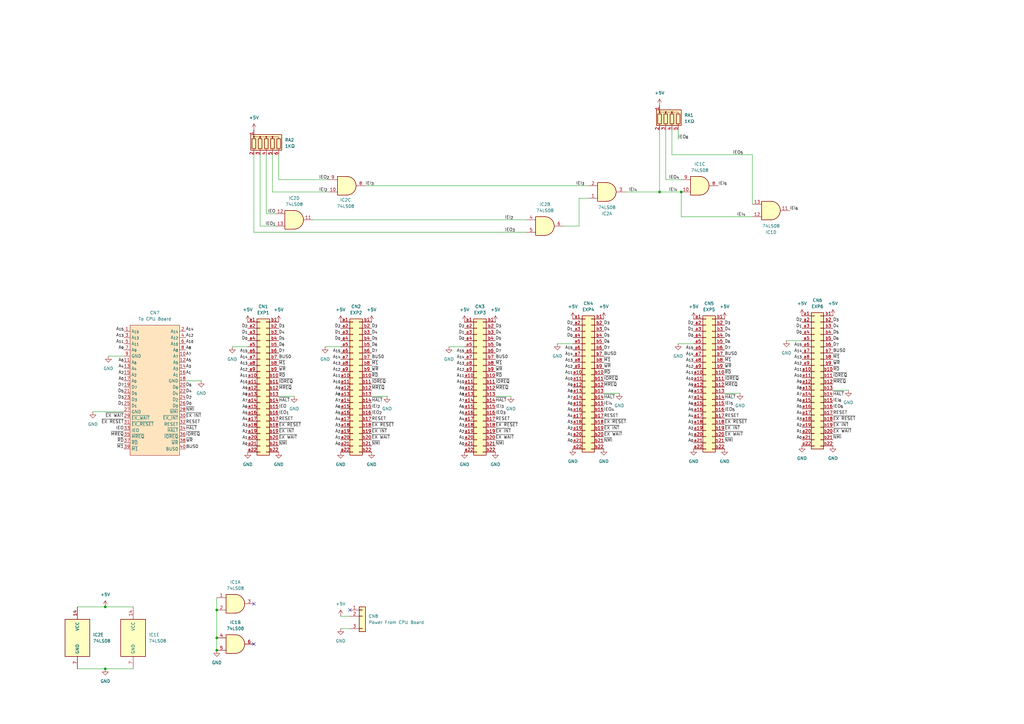
<source format=kicad_sch>
(kicad_sch (version 20250114) (generator "eeschema") (generator_version "9.0")
  (paper "A3")
  (title_block (title "Sharp MZ-80EU Expansion Port") (date "14/FEB/2026") (rev "A") (company "Brett Hallen") (comment 4 "Redrawn from Service Manual"))
  (lib_symbols
    (symbol "74xx:74LS08" (pin_names (offset 1.016))
      (property "Reference" "U" (at 0 1.27 0))
      (property "Value" "74LS08" (at 0 -1.27 0))
      (symbol "74LS08_1_1"
        (arc (start 0 3.81) (mid 3.7934 0) (end 0 -3.81) (stroke (width 0.254)) (fill (type background)))
        (polyline (pts (xy 0 3.81) (xy -3.81 3.81) (xy -3.81 -3.81) (xy 0 -3.81)) (stroke (width 0.254)) (fill (type background)))
        (pin input line (at -7.62 2.54 0) (length 3.81) (name "~") (number "1"))
        (pin input line (at -7.62 -2.54 0) (length 3.81) (name "~") (number "2"))
        (pin output line (at 7.62 0 180) (length 3.81) (name "~") (number "3"))
      )
      (symbol "74LS08_1_2"
        (arc (start -3.81 3.81) (mid -2.589 0) (end -3.81 -3.81) (stroke (width 0.254)))
        (polyline (pts (xy -3.81 3.81) (xy -0.635 3.81)) (stroke (width 0.254)) (fill (type background)))
        (polyline (pts (xy -3.81 -3.81) (xy -0.635 -3.81)) (stroke (width 0.254)) (fill (type background)))
        (arc (start 3.81 0) (mid 2.1855 -2.584) (end -0.6096 -3.81) (stroke (width 0.254)) (fill (type background)))
        (arc (start -0.6096 3.81) (mid 2.1928 2.5924) (end 3.81 0) (stroke (width 0.254)) (fill (type background)))
        (polyline (pts (xy -0.635 3.81) (xy -3.81 3.81) (xy -3.81 3.81) (xy -3.556 3.4036) (xy -3.0226 2.2606) (xy -2.6924 1.0414) (xy -2.6162 -0.254) (xy -2.7686 -1.4986) (xy -3.175 -2.7178) (xy -3.81 -3.81) (xy -3.81 -3.81) (xy -0.635 -3.81)) (stroke (width -25.4)) (fill (type background)))
        (pin input inverted (at -7.62 2.54 0) (length 4.318) (name "~") (number "1"))
        (pin input inverted (at -7.62 -2.54 0) (length 4.318) (name "~") (number "2"))
        (pin output inverted (at 7.62 0 180) (length 3.81) (name "~") (number "3"))
      )
      (symbol "74LS08_2_1"
        (arc (start 0 3.81) (mid 3.7934 0) (end 0 -3.81) (stroke (width 0.254)) (fill (type background)))
        (polyline (pts (xy 0 3.81) (xy -3.81 3.81) (xy -3.81 -3.81) (xy 0 -3.81)) (stroke (width 0.254)) (fill (type background)))
        (pin input line (at -7.62 2.54 0) (length 3.81) (name "~") (number "4"))
        (pin input line (at -7.62 -2.54 0) (length 3.81) (name "~") (number "5"))
        (pin output line (at 7.62 0 180) (length 3.81) (name "~") (number "6"))
      )
      (symbol "74LS08_2_2"
        (arc (start -3.81 3.81) (mid -2.589 0) (end -3.81 -3.81) (stroke (width 0.254)))
        (polyline (pts (xy -3.81 3.81) (xy -0.635 3.81)) (stroke (width 0.254)) (fill (type background)))
        (polyline (pts (xy -3.81 -3.81) (xy -0.635 -3.81)) (stroke (width 0.254)) (fill (type background)))
        (arc (start 3.81 0) (mid 2.1855 -2.584) (end -0.6096 -3.81) (stroke (width 0.254)) (fill (type background)))
        (arc (start -0.6096 3.81) (mid 2.1928 2.5924) (end 3.81 0) (stroke (width 0.254)) (fill (type background)))
        (polyline (pts (xy -0.635 3.81) (xy -3.81 3.81) (xy -3.81 3.81) (xy -3.556 3.4036) (xy -3.0226 2.2606) (xy -2.6924 1.0414) (xy -2.6162 -0.254) (xy -2.7686 -1.4986) (xy -3.175 -2.7178) (xy -3.81 -3.81) (xy -3.81 -3.81) (xy -0.635 -3.81)) (stroke (width -25.4)) (fill (type background)))
        (pin input inverted (at -7.62 2.54 0) (length 4.318) (name "~") (number "4"))
        (pin input inverted (at -7.62 -2.54 0) (length 4.318) (name "~") (number "5"))
        (pin output inverted (at 7.62 0 180) (length 3.81) (name "~") (number "6"))
      )
      (symbol "74LS08_3_1"
        (arc (start 0 3.81) (mid 3.7934 0) (end 0 -3.81) (stroke (width 0.254)) (fill (type background)))
        (polyline (pts (xy 0 3.81) (xy -3.81 3.81) (xy -3.81 -3.81) (xy 0 -3.81)) (stroke (width 0.254)) (fill (type background)))
        (pin input line (at -7.62 2.54 0) (length 3.81) (name "~") (number "9"))
        (pin input line (at -7.62 -2.54 0) (length 3.81) (name "~") (number "10"))
        (pin output line (at 7.62 0 180) (length 3.81) (name "~") (number "8"))
      )
      (symbol "74LS08_3_2"
        (arc (start -3.81 3.81) (mid -2.589 0) (end -3.81 -3.81) (stroke (width 0.254)))
        (polyline (pts (xy -3.81 3.81) (xy -0.635 3.81)) (stroke (width 0.254)) (fill (type background)))
        (polyline (pts (xy -3.81 -3.81) (xy -0.635 -3.81)) (stroke (width 0.254)) (fill (type background)))
        (arc (start 3.81 0) (mid 2.1855 -2.584) (end -0.6096 -3.81) (stroke (width 0.254)) (fill (type background)))
        (arc (start -0.6096 3.81) (mid 2.1928 2.5924) (end 3.81 0) (stroke (width 0.254)) (fill (type background)))
        (polyline (pts (xy -0.635 3.81) (xy -3.81 3.81) (xy -3.81 3.81) (xy -3.556 3.4036) (xy -3.0226 2.2606) (xy -2.6924 1.0414) (xy -2.6162 -0.254) (xy -2.7686 -1.4986) (xy -3.175 -2.7178) (xy -3.81 -3.81) (xy -3.81 -3.81) (xy -0.635 -3.81)) (stroke (width -25.4)) (fill (type background)))
        (pin input inverted (at -7.62 2.54 0) (length 4.318) (name "~") (number "9"))
        (pin input inverted (at -7.62 -2.54 0) (length 4.318) (name "~") (number "10"))
        (pin output inverted (at 7.62 0 180) (length 3.81) (name "~") (number "8"))
      )
      (symbol "74LS08_4_1"
        (arc (start 0 3.81) (mid 3.7934 0) (end 0 -3.81) (stroke (width 0.254)) (fill (type background)))
        (polyline (pts (xy 0 3.81) (xy -3.81 3.81) (xy -3.81 -3.81) (xy 0 -3.81)) (stroke (width 0.254)) (fill (type background)))
        (pin input line (at -7.62 2.54 0) (length 3.81) (name "~") (number "12"))
        (pin input line (at -7.62 -2.54 0) (length 3.81) (name "~") (number "13"))
        (pin output line (at 7.62 0 180) (length 3.81) (name "~") (number "11"))
      )
      (symbol "74LS08_4_2"
        (arc (start -3.81 3.81) (mid -2.589 0) (end -3.81 -3.81) (stroke (width 0.254)))
        (polyline (pts (xy -3.81 3.81) (xy -0.635 3.81)) (stroke (width 0.254)) (fill (type background)))
        (polyline (pts (xy -3.81 -3.81) (xy -0.635 -3.81)) (stroke (width 0.254)) (fill (type background)))
        (arc (start 3.81 0) (mid 2.1855 -2.584) (end -0.6096 -3.81) (stroke (width 0.254)) (fill (type background)))
        (arc (start -0.6096 3.81) (mid 2.1928 2.5924) (end 3.81 0) (stroke (width 0.254)) (fill (type background)))
        (polyline (pts (xy -0.635 3.81) (xy -3.81 3.81) (xy -3.81 3.81) (xy -3.556 3.4036) (xy -3.0226 2.2606) (xy -2.6924 1.0414) (xy -2.6162 -0.254) (xy -2.7686 -1.4986) (xy -3.175 -2.7178) (xy -3.81 -3.81) (xy -3.81 -3.81) (xy -0.635 -3.81)) (stroke (width -25.4)) (fill (type background)))
        (pin input inverted (at -7.62 2.54 0) (length 4.318) (name "~") (number "12"))
        (pin input inverted (at -7.62 -2.54 0) (length 4.318) (name "~") (number "13"))
        (pin output inverted (at 7.62 0 180) (length 3.81) (name "~") (number "11"))
      )
      (symbol "74LS08_5_0"
        (pin power_in line (at 0 12.7 270) (length 5.08) (name "VCC") (number "14"))
        (pin power_in line (at 0 -12.7 90) (length 5.08) (name "GND") (number "7"))
      )
      (symbol "74LS08_5_1"
        (rectangle (start -5.08 7.62) (end 5.08 -7.62) (stroke (width 0.254)) (fill (type background)))
      )
    )
    (symbol "Connector_Generic:Conn_01x04" (pin_names (offset 1.016) (hide yes))
      (property "Reference" "CN8" (at 2.54 0.0001 0))
      (property "Value" "Power From CPU Board" (at 2.54 -2.5399 0))
      (symbol "Conn_01x04_1_1"
        (rectangle (start -1.27 3.81) (end 1.27 -6.35) (stroke (width 0.254)) (fill (type background)))
        (rectangle (start -1.27 2.667) (end 0 2.413) (stroke (width 0.1524)))
        (rectangle (start -1.27 0.127) (end 0 -0.127) (stroke (width 0.1524)))
        (rectangle (start -1.27 -4.953) (end 0 -5.207) (stroke (width 0.1524)))
        (pin passive line (at -5.08 2.54 0) (length 3.81) (name "Pin_1") (number "1"))
        (pin passive line (at -5.08 0 0) (length 3.81) (name "+5V") (number "2"))
        (pin passive line (at -5.08 -5.08 0) (length 3.81) (name "GND") (number "3"))
      )
    )
    (symbol "Connector_Generic:Conn_02x22_Row_Letter_First" (pin_names (offset 1.016) (hide yes))
      (property "Reference" "J" (at 1.27 27.94 0))
      (property "Value" "Conn_02x22_Row_Letter_First" (at 1.27 -30.48 0))
      (symbol "Conn_02x22_Row_Letter_First_1_1"
        (rectangle (start -1.27 26.67) (end 3.81 -29.21) (stroke (width 0.254)) (fill (type background)))
        (rectangle (start -1.27 25.527) (end 0 25.273) (stroke (width 0.1524)))
        (rectangle (start -1.27 22.987) (end 0 22.733) (stroke (width 0.1524)))
        (rectangle (start -1.27 20.447) (end 0 20.193) (stroke (width 0.1524)))
        (rectangle (start -1.27 17.907) (end 0 17.653) (stroke (width 0.1524)))
        (rectangle (start -1.27 15.367) (end 0 15.113) (stroke (width 0.1524)))
        (rectangle (start -1.27 12.827) (end 0 12.573) (stroke (width 0.1524)))
        (rectangle (start -1.27 10.287) (end 0 10.033) (stroke (width 0.1524)))
        (rectangle (start -1.27 7.747) (end 0 7.493) (stroke (width 0.1524)))
        (rectangle (start -1.27 5.207) (end 0 4.953) (stroke (width 0.1524)))
        (rectangle (start -1.27 2.667) (end 0 2.413) (stroke (width 0.1524)))
        (rectangle (start -1.27 0.127) (end 0 -0.127) (stroke (width 0.1524)))
        (rectangle (start -1.27 -2.413) (end 0 -2.667) (stroke (width 0.1524)))
        (rectangle (start -1.27 -4.953) (end 0 -5.207) (stroke (width 0.1524)))
        (rectangle (start -1.27 -7.493) (end 0 -7.747) (stroke (width 0.1524)))
        (rectangle (start -1.27 -10.033) (end 0 -10.287) (stroke (width 0.1524)))
        (rectangle (start -1.27 -12.573) (end 0 -12.827) (stroke (width 0.1524)))
        (rectangle (start -1.27 -15.113) (end 0 -15.367) (stroke (width 0.1524)))
        (rectangle (start -1.27 -17.653) (end 0 -17.907) (stroke (width 0.1524)))
        (rectangle (start -1.27 -20.193) (end 0 -20.447) (stroke (width 0.1524)))
        (rectangle (start -1.27 -22.733) (end 0 -22.987) (stroke (width 0.1524)))
        (rectangle (start -1.27 -25.273) (end 0 -25.527) (stroke (width 0.1524)))
        (rectangle (start -1.27 -27.813) (end 0 -28.067) (stroke (width 0.1524)))
        (rectangle (start 3.81 25.527) (end 2.54 25.273) (stroke (width 0.1524)))
        (rectangle (start 3.81 22.987) (end 2.54 22.733) (stroke (width 0.1524)))
        (rectangle (start 3.81 20.447) (end 2.54 20.193) (stroke (width 0.1524)))
        (rectangle (start 3.81 17.907) (end 2.54 17.653) (stroke (width 0.1524)))
        (rectangle (start 3.81 15.367) (end 2.54 15.113) (stroke (width 0.1524)))
        (rectangle (start 3.81 12.827) (end 2.54 12.573) (stroke (width 0.1524)))
        (rectangle (start 3.81 10.287) (end 2.54 10.033) (stroke (width 0.1524)))
        (rectangle (start 3.81 7.747) (end 2.54 7.493) (stroke (width 0.1524)))
        (rectangle (start 3.81 5.207) (end 2.54 4.953) (stroke (width 0.1524)))
        (rectangle (start 3.81 2.667) (end 2.54 2.413) (stroke (width 0.1524)))
        (rectangle (start 3.81 0.127) (end 2.54 -0.127) (stroke (width 0.1524)))
        (rectangle (start 3.81 -2.413) (end 2.54 -2.667) (stroke (width 0.1524)))
        (rectangle (start 3.81 -4.953) (end 2.54 -5.207) (stroke (width 0.1524)))
        (rectangle (start 3.81 -7.493) (end 2.54 -7.747) (stroke (width 0.1524)))
        (rectangle (start 3.81 -10.033) (end 2.54 -10.287) (stroke (width 0.1524)))
        (rectangle (start 3.81 -12.573) (end 2.54 -12.827) (stroke (width 0.1524)))
        (rectangle (start 3.81 -15.113) (end 2.54 -15.367) (stroke (width 0.1524)))
        (rectangle (start 3.81 -17.653) (end 2.54 -17.907) (stroke (width 0.1524)))
        (rectangle (start 3.81 -20.193) (end 2.54 -20.447) (stroke (width 0.1524)))
        (rectangle (start 3.81 -22.733) (end 2.54 -22.987) (stroke (width 0.1524)))
        (rectangle (start 3.81 -25.273) (end 2.54 -25.527) (stroke (width 0.1524)))
        (rectangle (start 3.81 -27.813) (end 2.54 -28.067) (stroke (width 0.1524)))
        (pin passive line (at -5.08 25.4 0) (length 3.81) (name "Pin_a1") (number "a1"))
        (pin passive line (at -5.08 22.86 0) (length 3.81) (name "Pin_a2") (number "a2"))
        (pin passive line (at -5.08 20.32 0) (length 3.81) (name "Pin_a3") (number "a3"))
        (pin passive line (at -5.08 17.78 0) (length 3.81) (name "Pin_a4") (number "a4"))
        (pin passive line (at -5.08 15.24 0) (length 3.81) (name "Pin_a5") (number "a5"))
        (pin passive line (at -5.08 12.7 0) (length 3.81) (name "Pin_a6") (number "a6"))
        (pin passive line (at -5.08 10.16 0) (length 3.81) (name "Pin_a7") (number "a7"))
        (pin passive line (at -5.08 7.62 0) (length 3.81) (name "Pin_a8") (number "a8"))
        (pin passive line (at -5.08 5.08 0) (length 3.81) (name "Pin_a9") (number "a9"))
        (pin passive line (at -5.08 2.54 0) (length 3.81) (name "Pin_a10") (number "a10"))
        (pin passive line (at -5.08 0 0) (length 3.81) (name "Pin_a11") (number "a11"))
        (pin passive line (at -5.08 -2.54 0) (length 3.81) (name "Pin_a12") (number "a12"))
        (pin passive line (at -5.08 -5.08 0) (length 3.81) (name "Pin_a13") (number "a13"))
        (pin passive line (at -5.08 -7.62 0) (length 3.81) (name "Pin_a14") (number "a14"))
        (pin passive line (at -5.08 -10.16 0) (length 3.81) (name "Pin_a15") (number "a15"))
        (pin passive line (at -5.08 -12.7 0) (length 3.81) (name "Pin_a16") (number "a16"))
        (pin passive line (at -5.08 -15.24 0) (length 3.81) (name "Pin_a17") (number "a17"))
        (pin passive line (at -5.08 -17.78 0) (length 3.81) (name "Pin_a18") (number "a18"))
        (pin passive line (at -5.08 -20.32 0) (length 3.81) (name "Pin_a19") (number "a19"))
        (pin passive line (at -5.08 -22.86 0) (length 3.81) (name "Pin_a20") (number "a20"))
        (pin passive line (at -5.08 -25.4 0) (length 3.81) (name "Pin_a21") (number "a21"))
        (pin passive line (at -5.08 -27.94 0) (length 3.81) (name "Pin_a22") (number "a22"))
        (pin passive line (at 7.62 25.4 180) (length 3.81) (name "Pin_b1") (number "b1"))
        (pin passive line (at 7.62 22.86 180) (length 3.81) (name "Pin_b2") (number "b2"))
        (pin passive line (at 7.62 20.32 180) (length 3.81) (name "Pin_b3") (number "b3"))
        (pin passive line (at 7.62 17.78 180) (length 3.81) (name "Pin_b4") (number "b4"))
        (pin passive line (at 7.62 15.24 180) (length 3.81) (name "Pin_b5") (number "b5"))
        (pin passive line (at 7.62 12.7 180) (length 3.81) (name "Pin_b6") (number "b6"))
        (pin passive line (at 7.62 10.16 180) (length 3.81) (name "Pin_b7") (number "b7"))
        (pin passive line (at 7.62 7.62 180) (length 3.81) (name "Pin_b8") (number "b8"))
        (pin passive line (at 7.62 5.08 180) (length 3.81) (name "Pin_b9") (number "b9"))
        (pin passive line (at 7.62 2.54 180) (length 3.81) (name "Pin_b10") (number "b10"))
        (pin passive line (at 7.62 0 180) (length 3.81) (name "Pin_b11") (number "b11"))
        (pin passive line (at 7.62 -2.54 180) (length 3.81) (name "Pin_b12") (number "b12"))
        (pin passive line (at 7.62 -5.08 180) (length 3.81) (name "Pin_b13") (number "b13"))
        (pin passive line (at 7.62 -7.62 180) (length 3.81) (name "Pin_b14") (number "b14"))
        (pin passive line (at 7.62 -10.16 180) (length 3.81) (name "Pin_b15") (number "b15"))
        (pin passive line (at 7.62 -12.7 180) (length 3.81) (name "Pin_b16") (number "b16"))
        (pin passive line (at 7.62 -15.24 180) (length 3.81) (name "Pin_b17") (number "b17"))
        (pin passive line (at 7.62 -17.78 180) (length 3.81) (name "Pin_b18") (number "b18"))
        (pin passive line (at 7.62 -20.32 180) (length 3.81) (name "Pin_b19") (number "b19"))
        (pin passive line (at 7.62 -22.86 180) (length 3.81) (name "Pin_b20") (number "b20"))
        (pin passive line (at 7.62 -25.4 180) (length 3.81) (name "Pin_b21") (number "b21"))
        (pin passive line (at 7.62 -27.94 180) (length 3.81) (name "Pin_b22") (number "b22"))
      )
    )
    (symbol "Device:R_Network04" (pin_names (offset 0) (hide yes))
      (property "Reference" "RN" (at -7.62 0 90))
      (property "Value" "R_Network04" (at 5.08 0 90))
      (symbol "R_Network04_0_1"
        (rectangle (start -6.35 -3.175) (end 3.81 3.175) (stroke (width 0.254)) (fill (type background)))
        (rectangle (start -5.842 1.524) (end -4.318 -2.54) (stroke (width 0.254)))
        (circle (center -5.08 2.286) (radius 0.254) (fill (type outline)))
        (polyline (pts (xy -5.08 1.524) (xy -5.08 2.286) (xy -2.54 2.286) (xy -2.54 1.524)))
        (polyline (pts (xy -5.08 -2.54) (xy -5.08 -3.81)))
        (rectangle (start -3.302 1.524) (end -1.778 -2.54) (stroke (width 0.254)))
        (circle (center -2.54 2.286) (radius 0.254) (fill (type outline)))
        (polyline (pts (xy -2.54 1.524) (xy -2.54 2.286) (xy 0 2.286) (xy 0 1.524)))
        (polyline (pts (xy -2.54 -2.54) (xy -2.54 -3.81)))
        (rectangle (start -0.762 1.524) (end 0.762 -2.54) (stroke (width 0.254)))
        (circle (center 0 2.286) (radius 0.254) (fill (type outline)))
        (polyline (pts (xy 0 1.524) (xy 0 2.286) (xy 2.54 2.286) (xy 2.54 1.524)))
        (polyline (pts (xy 0 -2.54) (xy 0 -3.81)))
        (rectangle (start 1.778 1.524) (end 3.302 -2.54) (stroke (width 0.254)))
        (polyline (pts (xy 2.54 -2.54) (xy 2.54 -3.81)))
      )
      (symbol "R_Network04_1_1"
        (pin passive line (at -5.08 5.08 270) (length 2.54) (name "common") (number "1"))
        (pin passive line (at -5.08 -5.08 90) (length 1.27) (name "R1") (number "2"))
        (pin passive line (at -2.54 -5.08 90) (length 1.27) (name "R2") (number "3"))
        (pin passive line (at 0 -5.08 90) (length 1.27) (name "R3") (number "4"))
        (pin passive line (at 2.54 -5.08 90) (length 1.27) (name "R4") (number "5"))
      )
    )
    (symbol "Device:R_Network05" (pin_names (offset 0) (hide yes))
      (property "Reference" "RN" (at -7.62 0 90))
      (property "Value" "R_Network05" (at 7.62 0 90))
      (symbol "R_Network05_0_1"
        (rectangle (start -6.35 -3.175) (end 6.35 3.175) (stroke (width 0.254)) (fill (type background)))
        (rectangle (start -5.842 1.524) (end -4.318 -2.54) (stroke (width 0.254)))
        (circle (center -5.08 2.286) (radius 0.254) (fill (type outline)))
        (polyline (pts (xy -5.08 1.524) (xy -5.08 2.286) (xy -2.54 2.286) (xy -2.54 1.524)))
        (polyline (pts (xy -5.08 -2.54) (xy -5.08 -3.81)))
        (rectangle (start -3.302 1.524) (end -1.778 -2.54) (stroke (width 0.254)))
        (circle (center -2.54 2.286) (radius 0.254) (fill (type outline)))
        (polyline (pts (xy -2.54 1.524) (xy -2.54 2.286) (xy 0 2.286) (xy 0 1.524)))
        (polyline (pts (xy -2.54 -2.54) (xy -2.54 -3.81)))
        (rectangle (start -0.762 1.524) (end 0.762 -2.54) (stroke (width 0.254)))
        (circle (center 0 2.286) (radius 0.254) (fill (type outline)))
        (polyline (pts (xy 0 1.524) (xy 0 2.286) (xy 2.54 2.286) (xy 2.54 1.524)))
        (polyline (pts (xy 0 -2.54) (xy 0 -3.81)))
        (rectangle (start 1.778 1.524) (end 3.302 -2.54) (stroke (width 0.254)))
        (circle (center 2.54 2.286) (radius 0.254) (fill (type outline)))
        (polyline (pts (xy 2.54 1.524) (xy 2.54 2.286) (xy 5.08 2.286) (xy 5.08 1.524)))
        (polyline (pts (xy 2.54 -2.54) (xy 2.54 -3.81)))
        (rectangle (start 4.318 1.524) (end 5.842 -2.54) (stroke (width 0.254)))
        (polyline (pts (xy 5.08 -2.54) (xy 5.08 -3.81)))
      )
      (symbol "R_Network05_1_1"
        (pin passive line (at -5.08 5.08 270) (length 2.54) (name "common") (number "1"))
        (pin passive line (at -5.08 -5.08 90) (length 1.27) (name "R1") (number "2"))
        (pin passive line (at -2.54 -5.08 90) (length 1.27) (name "R2") (number "3"))
        (pin passive line (at 0 -5.08 90) (length 1.27) (name "R3") (number "4"))
        (pin passive line (at 2.54 -5.08 90) (length 1.27) (name "R4") (number "5"))
        (pin passive line (at 5.08 -5.08 90) (length 1.27) (name "R5") (number "6"))
      )
    )
    (symbol "Sharp_MZ-80B:Expansion_Bus"
      (property "Reference" "CN" (at 0 0 0))
      (symbol "Expansion_Bus_1_0"
        (pin passive line (at -12.7 -7.62 0) (length 2.54) (name "A_{13}") (number "3"))
        (pin passive line (at 12.7 -5.08 180) (length 2.54) (name "A_{14}") (number "2"))
        (pin passive line (at 12.7 -7.62 180) (length 2.54) (name "A_{12}") (number "4"))
      )
      (symbol "Expansion_Bus_1_1"
        (rectangle (start -10.16 -2.54) (end 10.16 -55.88) (fill (type color) (color 255 229 191 1)))
        (pin passive line (at -12.7 -5.08 0) (length 2.54) (name "A_{15}") (number "1"))
        (pin passive line (at -12.7 -10.16 0) (length 2.54) (name "A_{11}") (number "5"))
        (pin passive line (at -12.7 -12.7 0) (length 2.54) (name "A_{9}") (number "7"))
        (pin passive line (at -12.7 -15.24 0) (length 2.54) (name "GND") (number "9"))
        (pin passive line (at -12.7 -17.78 0) (length 2.54) (name "A_{6}") (number "11"))
        (pin passive line (at -12.7 -20.32 0) (length 2.54) (name "A_{4}") (number "13"))
        (pin passive line (at -12.7 -22.86 0) (length 2.54) (name "A_{2}") (number "15"))
        (pin passive line (at -12.7 -25.4 0) (length 2.54) (name "A_{0}") (number "17"))
        (pin passive line (at -12.7 -27.94 0) (length 2.54) (name "D_{7}") (number "19"))
        (pin passive line (at -12.7 -30.48 0) (length 2.54) (name "D_{5}") (number "21"))
        (pin passive line (at -12.7 -33.02 0) (length 2.54) (name "D_{3}") (number "23"))
        (pin passive line (at -12.7 -35.56 0) (length 2.54) (name "D_{1}") (number "25"))
        (pin passive line (at -12.7 -38.1 0) (length 2.54) (name "GND") (number "27"))
        (pin passive line (at -12.7 -40.64 0) (length 2.54) (name "~{EX_WAIT}") (number "29"))
        (pin passive line (at -12.7 -43.18 0) (length 2.54) (name "~{EX_RESET}") (number "31"))
        (pin passive line (at -12.7 -45.72 0) (length 2.54) (name "IEO") (number "33"))
        (pin passive line (at -12.7 -48.26 0) (length 2.54) (name "~{MREQ}") (number "35"))
        (pin passive line (at -12.7 -50.8 0) (length 2.54) (name "~{RD}") (number "37"))
        (pin passive line (at -12.7 -53.34 0) (length 2.54) (name "~{M1}") (number "39"))
        (pin passive line (at 12.7 -10.16 180) (length 2.54) (name "A_{10}") (number "6"))
        (pin passive line (at 12.7 -12.7 180) (length 2.54) (name "A_{8}") (number "8"))
        (pin passive line (at 12.7 -15.24 180) (length 2.54) (name "A_{7}") (number "10"))
        (pin passive line (at 12.7 -17.78 180) (length 2.54) (name "A_{5}") (number "12"))
        (pin passive line (at 12.7 -20.32 180) (length 2.54) (name "A_{3}") (number "14"))
        (pin passive line (at 12.7 -22.86 180) (length 2.54) (name "A_{1}") (number "16"))
        (pin passive line (at 12.7 -25.4 180) (length 2.54) (name "GND") (number "18"))
        (pin passive line (at 12.7 -27.94 180) (length 2.54) (name "D_{6}") (number "20"))
        (pin passive line (at 12.7 -30.48 180) (length 2.54) (name "D_{4}") (number "22"))
        (pin passive line (at 12.7 -33.02 180) (length 2.54) (name "D_{2}") (number "24"))
        (pin passive line (at 12.7 -35.56 180) (length 2.54) (name "D_{0}") (number "26"))
        (pin passive line (at 12.7 -38.1 180) (length 2.54) (name "~{NMI}") (number "28"))
        (pin passive line (at 12.7 -40.64 180) (length 2.54) (name "~{EX_INT}") (number "30"))
        (pin passive line (at 12.7 -43.18 180) (length 2.54) (name "RESET") (number "32"))
        (pin passive line (at 12.7 -45.72 180) (length 2.54) (name "~{HALT}") (number "34"))
        (pin passive line (at 12.7 -48.26 180) (length 2.54) (name "~{IOREQ}") (number "36"))
        (pin passive line (at 12.7 -50.8 180) (length 2.54) (name "~{WR}") (number "38"))
        (pin passive line (at 12.7 -53.34 180) (length 2.54) (name "BUS0") (number "40"))
      )
    )
    (symbol "power:+5V" (power) (pin_numbers (hide yes)) (pin_names (offset 0) (hide yes))
      (property "Value" "+5V" (at 0 3.556 0))
      (symbol "+5V_0_1"
        (polyline (pts (xy -0.762 1.27) (xy 0 2.54)))
        (polyline (pts (xy 0 2.54) (xy 0.762 1.27)))
        (polyline (pts (xy 0 0) (xy 0 2.54)))
      )
      (symbol "+5V_1_1"
        (pin power_in line (at 0 0 90) (length 0) (name "~") (number "1"))
      )
    )
    (symbol "power:GND" (power) (pin_numbers (hide yes)) (pin_names (offset 0) (hide yes))
      (property "Value" "GND" (at 0 -3.81 0))
      (symbol "GND_0_1"
        (polyline (pts (xy 0 0) (xy 0 -1.27) (xy 1.27 -1.27) (xy 0 -2.54) (xy -1.27 -1.27) (xy 0 -1.27)))
      )
      (symbol "GND_1_1"
        (pin power_in line (at 0 0 270) (length 0) (name "~") (number "1"))
      )
    )
  )
  (junction (at 88.9 261.62))
  (junction (at 43.18 274.32))
  (junction (at 270.51 78.74))
  (junction (at 279.4 78.74))
  (junction (at 43.18 248.92))
  (junction (at 88.9 266.7))
  (junction (at 88.9 250.19))
  (no_connect (at 104.14 247.65))
  (no_connect (at 143.51 250.19))
  (no_connect (at 104.14 264.16))
  (wire (pts (xy 139.7 257.81) (xy 143.51 257.81)))
  (wire (pts (xy 106.68 92.71) (xy 106.68 63.5)))
  (wire (pts (xy 88.9 250.19) (xy 88.9 261.62)))
  (wire (pts (xy 133.35 142.24) (xy 139.7 142.24)))
  (wire (pts (xy 228.6 140.97) (xy 234.95 140.97)))
  (wire (pts (xy 341.63 160.02) (xy 347.98 160.02)))
  (wire (pts (xy 270.51 53.34) (xy 270.51 78.74)))
  (wire (pts (xy 43.18 248.92) (xy 54.61 248.92)))
  (wire (pts (xy 279.4 88.9) (xy 279.4 78.74)))
  (wire (pts (xy 114.3 63.5) (xy 114.3 73.66)))
  (wire (pts (xy 279.4 73.66) (xy 273.05 73.66)))
  (wire (pts (xy 237.49 81.28) (xy 237.49 92.71)))
  (wire (pts (xy 109.22 87.63) (xy 109.22 63.5)))
  (wire (pts (xy 273.05 73.66) (xy 273.05 53.34)))
  (wire (pts (xy 322.58 139.7) (xy 328.93 139.7)))
  (wire (pts (xy 275.59 63.5) (xy 308.61 63.5)))
  (wire (pts (xy 256.54 78.74) (xy 270.51 78.74)))
  (wire (pts (xy 113.03 87.63) (xy 109.22 87.63)))
  (wire (pts (xy 297.18 161.29) (xy 303.53 161.29)))
  (wire (pts (xy 139.7 252.73) (xy 143.51 252.73)))
  (wire (pts (xy 237.49 92.71) (xy 231.14 92.71)))
  (wire (pts (xy 44.45 146.05) (xy 50.8 146.05)))
  (wire (pts (xy 308.61 63.5) (xy 308.61 83.82)))
  (wire (pts (xy 76.2 156.21) (xy 82.55 156.21)))
  (wire (pts (xy 31.75 248.92) (xy 43.18 248.92)))
  (wire (pts (xy 43.18 274.32) (xy 54.61 274.32)))
  (wire (pts (xy 275.59 53.34) (xy 275.59 63.5)))
  (wire (pts (xy 184.15 142.24) (xy 190.5 142.24)))
  (wire (pts (xy 278.13 140.97) (xy 284.48 140.97)))
  (wire (pts (xy 241.3 81.28) (xy 237.49 81.28)))
  (wire (pts (xy 279.4 88.9) (xy 308.61 88.9)))
  (wire (pts (xy 278.13 57.15) (xy 278.13 53.34)))
  (wire (pts (xy 88.9 261.62) (xy 88.9 266.7)))
  (wire (pts (xy 114.3 73.66) (xy 134.62 73.66)))
  (wire (pts (xy 247.65 161.29) (xy 254 161.29)))
  (wire (pts (xy 111.76 63.5) (xy 111.76 78.74)))
  (wire (pts (xy 149.86 76.2) (xy 241.3 76.2)))
  (wire (pts (xy 114.3 162.56) (xy 120.65 162.56)))
  (wire (pts (xy 95.25 142.24) (xy 101.6 142.24)))
  (wire (pts (xy 104.14 95.25) (xy 215.9 95.25)))
  (wire (pts (xy 152.4 162.56) (xy 158.75 162.56)))
  (wire (pts (xy 203.2 162.56) (xy 209.55 162.56)))
  (wire (pts (xy 111.76 78.74) (xy 134.62 78.74)))
  (wire (pts (xy 31.75 274.32) (xy 43.18 274.32)))
  (wire (pts (xy 270.51 78.74) (xy 279.4 78.74)))
  (wire (pts (xy 104.14 63.5) (xy 104.14 95.25)))
  (wire (pts (xy 88.9 245.11) (xy 88.9 250.19)))
  (wire (pts (xy 38.1 168.91) (xy 50.8 168.91)))
  (wire (pts (xy 215.9 90.17) (xy 128.27 90.17)))
  (wire (pts (xy 113.03 92.71) (xy 106.68 92.71)))
  (label "A_{4}" (at 284.48 171.45 180))
  (label "~{HALT}" (at 114.3 165.1 0))
  (label "A_{7}" (at 234.95 163.83 180))
  (label "~{RD}" (at 341.63 152.4 0))
  (label "A_{14}" (at 234.95 146.05 180))
  (label "D_{6}" (at 203.2 142.24 0))
  (label "D_{3}" (at 247.65 133.35 0))
  (label "RESET" (at 152.4 172.72 0))
  (label "A_{14}" (at 284.48 146.05 180))
  (label "A_{2}" (at 101.6 177.8 180))
  (label "A_{1}" (at 101.6 180.34 180))
  (label "D_{3}" (at 341.63 132.08 0))
  (label "IEO_{4}" (at 274.32 73.66 0))
  (label "D_{6}" (at 114.3 142.24 0))
  (label "A_{15}" (at 101.6 144.78 180))
  (label "~{WR}" (at 114.3 152.4 0))
  (label "~{WR}" (at 203.2 152.4 0))
  (label "A_{1}" (at 234.95 179.07 180))
  (label "RESET" (at 341.63 170.18 0))
  (label "~{MREQ}" (at 203.2 160.02 0))
  (label "A_{7}" (at 139.7 165.1 180))
  (label "A_{13}" (at 328.93 147.32 180))
  (label "A_{3}" (at 328.93 172.72 180))
  (label "~{EX INT}" (at 247.65 176.53 0))
  (label "A_{12}" (at 101.6 152.4 180))
  (label "RESET" (at 114.3 172.72 0))
  (label "~{IOREQ}" (at 203.2 157.48 0))
  (label "A_{12}" (at 190.5 152.4 180))
  (label "~{RD}" (at 247.65 153.67 0))
  (label "A_{4}" (at 139.7 172.72 180))
  (label "~{EX WAIT}" (at 247.65 179.07 0))
  (label "A_{9}" (at 234.95 158.75 180))
  (label "A_{7}" (at 328.93 162.56 180))
  (label "A_{10}" (at 139.7 157.48 180))
  (label "~{EX WAIT}" (at 203.2 180.34 0))
  (label "A_{8}" (at 234.95 161.29 180))
  (label "IEI_{4}" (at 302.26 88.9 0))
  (label "D_{1}" (at 190.5 137.16 180))
  (label "~{IOREQ}" (at 247.65 156.21 0))
  (label "A_{13}" (at 139.7 149.86 180))
  (label "D_{0}" (at 101.6 139.7 180))
  (label "D_{3}" (at 297.18 133.35 0))
  (label "~{EX WAIT}" (at 297.18 179.07 0))
  (label "~{HALT}" (at 152.4 165.1 0))
  (label "D_{1}" (at 328.93 134.62 180))
  (label "D_{1}" (at 234.95 135.89 180))
  (label "A_{7}" (at 76.2 146.05 0))
  (label "A_{3}" (at 76.2 151.13 0))
  (label "A_{1}" (at 76.2 153.67 0))
  (label "D_{6}" (at 76.2 158.75 0))
  (label "A_{5}" (at 76.2 148.59 0))
  (label "A_{14}" (at 76.2 135.89 0))
  (label "A_{12}" (at 76.2 138.43 0))
  (label "A_{10}" (at 76.2 140.97 0))
  (label "A_{8}" (at 76.2 143.51 0))
  (label "D_{4}" (at 76.2 161.29 0))
  (label "D_{0}" (at 76.2 166.37 0))
  (label "~{WR}" (at 76.2 181.61 0))
  (label "D_{2}" (at 76.2 163.83 0))
  (label "~{EX INT}" (at 76.2 171.45 0))
  (label "RESET" (at 76.2 173.99 0))
  (label "~{HALT}" (at 76.2 176.53 0))
  (label "BUS0" (at 76.2 184.15 0))
  (label "~{IOREQ}" (at 76.2 179.07 0))
  (label "~{NMI}" (at 76.2 168.91 0))
  (label "A_{13}" (at 190.5 149.86 180))
  (label "~{NMI}" (at 341.63 180.34 0))
  (label "~{WR}" (at 341.63 149.86 0))
  (label "D_{7}" (at 152.4 144.78 0))
  (label "A_{3}" (at 234.95 173.99 180))
  (label "A_{14}" (at 190.5 147.32 180))
  (label "A_{0}" (at 139.7 182.88 180))
  (label "IEI_{4}" (at 257.81 78.74 0))
  (label "BUS0" (at 341.63 144.78 0))
  (label "~{WR}" (at 247.65 151.13 0))
  (label "A_{11}" (at 234.95 153.67 180))
  (label "A_{8}" (at 284.48 161.29 180))
  (label "A_{11}" (at 139.7 154.94 180))
  (label "D_{7}" (at 297.18 143.51 0))
  (label "A_{5}" (at 101.6 170.18 180))
  (label "~{WR}" (at 297.18 151.13 0))
  (label "BUS0" (at 203.2 147.32 0))
  (label "A_{7}" (at 284.48 163.83 180))
  (label "A_{2}" (at 328.93 175.26 180))
  (label "D_{2}" (at 328.93 132.08 180))
  (label "A_{2}" (at 284.48 176.53 180))
  (label "A_{4}" (at 234.95 171.45 180))
  (label "~{EX INT}" (at 152.4 177.8 0))
  (label "A_{2}" (at 139.7 177.8 180))
  (label "D_{4}" (at 203.2 137.16 0))
  (label "A_{3}" (at 139.7 175.26 180))
  (label "D_{0}" (at 139.7 139.7 180))
  (label "~{HALT}" (at 341.63 162.56 0))
  (label "~{EX WAIT}" (at 114.3 180.34 0))
  (label "IEI_{6}" (at 341.63 165.1 0))
  (label "A_{3}" (at 190.5 175.26 180))
  (label "D_{2}" (at 234.95 133.35 180))
  (label "~{HALT}" (at 247.65 163.83 0))
  (label "A_{9}" (at 284.48 158.75 180))
  (label "IEO_{2}" (at 152.4 170.18 0))
  (label "IEI_{6}" (at 323.85 86.36 0))
  (label "A_{8}" (at 328.93 160.02 180))
  (label "A_{9}" (at 101.6 160.02 180))
  (label "A_{6}" (at 190.5 167.64 180))
  (label "~{EX INT}" (at 297.18 176.53 0))
  (label "A_{6}" (at 284.48 166.37 180))
  (label "A_{12}" (at 284.48 151.13 180))
  (label "~{HALT}" (at 203.2 165.1 0))
  (label "A_{5}" (at 328.93 167.64 180))
  (label "D_{4}" (at 247.65 135.89 0))
  (label "D_{7}" (at 341.63 142.24 0))
  (label "~{M1}" (at 152.4 149.86 0))
  (label "A_{14}" (at 101.6 147.32 180))
  (label "D_{6}" (at 341.63 139.7 0))
  (label "A_{8}" (at 139.7 162.56 180))
  (label "A_{5}" (at 139.7 170.18 180))
  (label "A_{5}" (at 190.5 170.18 180))
  (label "D_{1}" (at 139.7 137.16 180))
  (label "BUS0" (at 114.3 147.32 0))
  (label "A_{11}" (at 190.5 154.94 180))
  (label "D_{4}" (at 297.18 135.89 0))
  (label "~{NMI}" (at 152.4 182.88 0))
  (label "IEI_{5}" (at 297.18 166.37 0))
  (label "A_{1}" (at 190.5 180.34 180))
  (label "IEO_{4}" (at 247.65 168.91 0))
  (label "~{NMI}" (at 247.65 181.61 0))
  (label "IEO_{5}" (at 297.18 168.91 0))
  (label "A_{6}" (at 234.95 166.37 180))
  (label "A_{12}" (at 328.93 149.86 180))
  (label "~{MREQ}" (at 114.3 160.02 0))
  (label "D_{5}" (at 114.3 139.7 0))
  (label "A_{2}" (at 234.95 176.53 180))
  (label "~{NMI}" (at 297.18 181.61 0))
  (label "IEI_{4}" (at 247.65 166.37 0))
  (label "~{M1}" (at 247.65 148.59 0))
  (label "~{EX RESET}" (at 152.4 175.26 0))
  (label "D_{5}" (at 152.4 139.7 0))
  (label "D_{7}" (at 247.65 143.51 0))
  (label "A_{10}" (at 284.48 156.21 180))
  (label "A_{15}" (at 190.5 144.78 180))
  (label "A_{12}" (at 234.95 151.13 180))
  (label "~{IOREQ}" (at 152.4 157.48 0))
  (label "~{EX RESET}" (at 247.65 173.99 0))
  (label "IEO_{3}" (at 203.2 170.18 0))
  (label "D_{0}" (at 234.95 138.43 180))
  (label "IEI_{5}" (at 294.64 76.2 0))
  (label "A_{5}" (at 284.48 168.91 180))
  (label "A_{9}" (at 328.93 157.48 180))
  (label "D_{3}" (at 114.3 134.62 0))
  (label "IEO_{6}" (at 341.63 167.64 0))
  (label "A_{8}" (at 190.5 162.56 180))
  (label "~{M1}" (at 114.3 149.86 0))
  (label "~{M1}" (at 341.63 147.32 0))
  (label "A_{9}" (at 190.5 160.02 180))
  (label "~{MREQ}" (at 247.65 158.75 0))
  (label "A_{13}" (at 284.48 148.59 180))
  (label "D_{1}" (at 101.6 137.16 180))
  (label "D_{0}" (at 284.48 138.43 180))
  (label "IEO_{5}" (at 304.8 63.5 180))
  (label "A_{8}" (at 101.6 162.56 180))
  (label "IEO_{1}" (at 113.03 92.71 180))
  (label "D_{0}" (at 190.5 139.7 180))
  (label "A_{10}" (at 328.93 154.94 180))
  (label "~{RD}" (at 297.18 153.67 0))
  (label "A_{3}" (at 284.48 173.99 180))
  (label "D_{5}" (at 247.65 138.43 0))
  (label "RESET" (at 297.18 171.45 0))
  (label "~{MREQ}" (at 297.18 158.75 0))
  (label "IEI_{2}" (at 152.4 167.64 0))
  (label "D_{5}" (at 297.18 138.43 0))
  (label "IEO" (at 113.03 87.63 180))
  (label "A_{14}" (at 139.7 147.32 180))
  (label "D_{6}" (at 297.18 140.97 0))
  (label "A_{11}" (at 284.48 153.67 180))
  (label "A_{1}" (at 139.7 180.34 180))
  (label "A_{15}" (at 328.93 142.24 180))
  (label "~{WR}" (at 152.4 152.4 0))
  (label "RESET" (at 247.65 171.45 0))
  (label "A_{0}" (at 190.5 182.88 180))
  (label "A_{7}" (at 101.6 165.1 180))
  (label "IEI_{3}" (at 149.86 76.2 0))
  (label "A_{10}" (at 101.6 157.48 180))
  (label "D_{5}" (at 203.2 139.7 0))
  (label "~{NMI}" (at 203.2 182.88 0))
  (label "RESET" (at 203.2 172.72 0))
  (label "A_{7}" (at 190.5 165.1 180))
  (label "~{MREQ}" (at 341.63 157.48 0))
  (label "D_{3}" (at 203.2 134.62 0))
  (label "~{EX WAIT}" (at 341.63 177.8 0))
  (label "~{RD}" (at 152.4 154.94 0))
  (label "A_{15}" (at 139.7 144.78 180))
  (label "A_{15}" (at 284.48 143.51 180))
  (label "~{EX RESET}" (at 297.18 173.99 0))
  (label "IEO_{6}" (at 278.13 57.15 0))
  (label "D_{2}" (at 139.7 134.62 180))
  (label "A_{0}" (at 284.48 181.61 180))
  (label "IEI_{4}" (at 274.32 78.74 0))
  (label "IEO_{3}" (at 207.01 95.25 0))
  (label "D_{3}" (at 152.4 134.62 0))
  (label "~{HALT}" (at 297.18 163.83 0))
  (label "~{M1}" (at 297.18 148.59 0))
  (label "D_{4}" (at 341.63 134.62 0))
  (label "A_{12}" (at 139.7 152.4 180))
  (label "D_{7}" (at 114.3 144.78 0))
  (label "~{EX RESET}" (at 341.63 172.72 0))
  (label "A_{9}" (at 139.7 160.02 180))
  (label "IEI_{2}" (at 130.81 78.74 0))
  (label "~{IOREQ}" (at 114.3 157.48 0))
  (label "~{EX WAIT}" (at 152.4 180.34 0))
  (label "A_{13}" (at 234.95 148.59 180))
  (label "D_{6}" (at 152.4 142.24 0))
  (label "A_{6}" (at 139.7 167.64 180))
  (label "D_{5}" (at 341.63 137.16 0))
  (label "D_{4}" (at 152.4 137.16 0))
  (label "A_{11}" (at 328.93 152.4 180))
  (label "D_{0}" (at 328.93 137.16 180))
  (label "D_{1}" (at 284.48 135.89 180))
  (label "~{EX INT}" (at 203.2 177.8 0))
  (label "IEI_{2}" (at 207.01 90.17 0))
  (label "A_{2}" (at 190.5 177.8 180))
  (label "A_{4}" (at 328.93 170.18 180))
  (label "A_{0}" (at 101.6 182.88 180))
  (label "A_{0}" (at 328.93 180.34 180))
  (label "A_{6}" (at 328.93 165.1 180))
  (label "D_{2}" (at 284.48 133.35 180))
  (label "A_{4}" (at 190.5 172.72 180))
  (label "A_{14}" (at 328.93 144.78 180))
  (label "~{NMI}" (at 114.3 182.88 0))
  (label "A_{4}" (at 101.6 172.72 180))
  (label "BUS0" (at 247.65 146.05 0))
  (label "A_{1}" (at 328.93 177.8 180))
  (label "A_{11}" (at 101.6 154.94 180))
  (label "D_{2}" (at 190.5 134.62 180))
  (label "A_{15}" (at 234.95 143.51 180))
  (label "A_{6}" (at 101.6 167.64 180))
  (label "~{RD}" (at 114.3 154.94 0))
  (label "IEI_{3}" (at 236.22 76.2 0))
  (label "BUS0" (at 297.18 146.05 0))
  (label "~{EX INT}" (at 114.3 177.8 0))
  (label "A_{1}" (at 284.48 179.07 180))
  (label "BUS0" (at 152.4 147.32 0))
  (label "D_{3}" (at 50.8 163.83 180))
  (label "D_{7}" (at 50.8 158.75 180))
  (label "A_{2}" (at 50.8 153.67 180))
  (label "A_{0}" (at 50.8 156.21 180))
  (label "D_{5}" (at 50.8 161.29 180))
  (label "D_{1}" (at 50.8 166.37 180))
  (label "A_{11}" (at 50.8 140.97 180))
  (label "A_{9}" (at 50.8 143.51 180))
  (label "A_{15}" (at 50.8 135.89 180))
  (label "A_{13}" (at 50.8 138.43 180))
  (label "A_{4}" (at 50.8 151.13 180))
  (label "A_{6}" (at 50.8 148.59 180))
  (label "IEO" (at 50.8 176.53 180))
  (label "~{EX WAIT}" (at 50.8 171.45 180))
  (label "~{EX RESET}" (at 50.8 173.99 180))
  (label "~{MREQ}" (at 50.8 179.07 180))
  (label "~{RD}" (at 50.8 181.61 180))
  (label "~{M1}" (at 50.8 184.15 180))
  (label "D_{6}" (at 247.65 140.97 0))
  (label "~{EX RESET}" (at 114.3 175.26 0))
  (label "A_{13}" (at 101.6 149.86 180))
  (label "~{MREQ}" (at 152.4 160.02 0))
  (label "~{RD}" (at 203.2 154.94 0))
  (label "IEO_{2}" (at 130.81 73.66 0))
  (label "IEI_{3}" (at 203.2 167.64 0))
  (label "~{M1}" (at 203.2 149.86 0))
  (label "~{IOREQ}" (at 341.63 154.94 0))
  (label "~{EX RESET}" (at 203.2 175.26 0))
  (label "A_{3}" (at 101.6 175.26 180))
  (label "D_{7}" (at 203.2 144.78 0))
  (label "A_{10}" (at 234.95 156.21 180))
  (label "D_{2}" (at 101.6 134.62 180))
  (label "~{IOREQ}" (at 297.18 156.21 0))
  (label "D_{4}" (at 114.3 137.16 0))
  (label "IEO_{1}" (at 114.3 170.18 0))
  (label "IEO" (at 114.3 167.64 0))
  (label "A_{5}" (at 234.95 168.91 180))
  (label "A_{10}" (at 190.5 157.48 180))
  (label "A_{0}" (at 234.95 181.61 180))
  (label "~{EX INT}" (at 341.63 175.26 0))
  (symbol (lib_id "power:+5V") (at 247.65 130.81 0) (unit 1)
    (property "Reference" "#PWR027" (effects (hide yes)))
    (property "Value" "+5V" (at 247.65 125.73 0))
    (property "Description" "Power symbol creates a global label with name \"+5V\"" (effects (hide yes)))
  )
  (symbol (lib_id "power:+5V") (at 203.2 132.08 0) (unit 1)
    (property "Reference" "#PWR024" (effects (hide yes)))
    (property "Value" "+5V" (at 203.2 127 0))
    (property "Description" "Power symbol creates a global label with name \"+5V\"" (effects (hide yes)))
  )
  (symbol (lib_id "power:+5V") (at 152.4 132.08 0) (unit 1)
    (property "Reference" "#PWR021" (effects (hide yes)))
    (property "Value" "+5V" (at 152.4 127 0))
    (property "Description" "Power symbol creates a global label with name \"+5V\"" (effects (hide yes)))
  )
  (symbol (lib_id "power:GND") (at 247.65 184.15 0) (unit 1)
    (property "Reference" "#PWR029" (effects (hide yes)))
    (property "Value" "GND" (at 247.65 189.23 0))
    (property "Description" "Power symbol creates a global label with name \"GND\" , ground" (effects (hide yes)))
  )
  (symbol (lib_id "power:+5V") (at 101.6 132.08 0) (unit 1)
    (property "Reference" "#PWR04" (effects (hide yes)))
    (property "Value" "+5V" (at 101.6 127 0))
    (property "Description" "Power symbol creates a global label with name \"+5V\"" (effects (hide yes)))
  )
  (symbol (lib_id "74xx:74LS08") (at 316.23 86.36 0) (mirror x) (unit 4)
    (property "Reference" "IC1" (at 316.2217 95.25 0))
    (property "Value" "74LS08" (at 316.2217 92.71 0))
    (property "Datasheet" "http://www.ti.com/lit/gpn/sn74LS08" (effects (hide yes)))
    (property "Description" "Quad And2" (effects (hide yes)))
  )
  (symbol (lib_id "power:GND") (at 234.95 184.15 0) (unit 1)
    (property "Reference" "#PWR020" (effects (hide yes)))
    (property "Value" "GND" (at 234.95 189.23 0))
    (property "Description" "Power symbol creates a global label with name \"GND\" , ground" (effects (hide yes)))
  )
  (symbol (lib_id "power:GND") (at 297.18 184.15 0) (unit 1)
    (property "Reference" "#PWR041" (effects (hide yes)))
    (property "Value" "GND" (at 297.18 189.23 0))
    (property "Description" "Power symbol creates a global label with name \"GND\" , ground" (effects (hide yes)))
  )
  (symbol (lib_id "74xx:74LS08") (at 248.92 78.74 0) (mirror x) (unit 1)
    (property "Reference" "IC2" (at 248.9117 87.63 0))
    (property "Value" "74LS08" (at 248.9117 85.09 0))
    (property "Datasheet" "http://www.ti.com/lit/gpn/sn74LS08" (effects (hide yes)))
    (property "Description" "Quad And2" (effects (hide yes)))
  )
  (symbol (lib_id "power:+5V") (at 328.93 129.54 0) (unit 1)
    (property "Reference" "#PWR030" (effects (hide yes)))
    (property "Value" "+5V" (at 328.93 124.46 0))
    (property "Description" "Power symbol creates a global label with name \"+5V\"" (effects (hide yes)))
  )
  (symbol (lib_id "power:+5V") (at 341.63 129.54 0) (unit 1)
    (property "Reference" "#PWR031" (effects (hide yes)))
    (property "Value" "+5V" (at 341.63 124.46 0))
    (property "Description" "Power symbol creates a global label with name \"+5V\"" (effects (hide yes)))
  )
  (symbol (lib_id "power:GND") (at 95.25 142.24 0) (unit 1)
    (property "Reference" "#PWR08" (effects (hide yes)))
    (property "Value" "GND" (at 95.25 147.32 0))
    (property "Description" "Power symbol creates a global label with name \"GND\" , ground" (effects (hide yes)))
  )
  (symbol (lib_id "power:+5V") (at 190.5 132.08 0) (unit 1)
    (property "Reference" "#PWR015" (effects (hide yes)))
    (property "Value" "+5V" (at 190.5 127 0))
    (property "Description" "Power symbol creates a global label with name \"+5V\"" (effects (hide yes)))
  )
  (symbol (lib_id "power:GND") (at 88.9 266.7 0) (unit 1)
    (property "Reference" "#PWR042" (effects (hide yes)))
    (property "Value" "GND" (at 88.9 271.78 0))
    (property "Description" "Power symbol creates a global label with name \"GND\" , ground" (effects (hide yes)))
  )
  (symbol (lib_id "power:+5V") (at 234.95 130.81 0) (unit 1)
    (property "Reference" "#PWR018" (effects (hide yes)))
    (property "Value" "+5V" (at 234.95 125.73 0))
    (property "Description" "Power symbol creates a global label with name \"+5V\"" (effects (hide yes)))
  )
  (symbol (lib_id "74xx:74LS08") (at 223.52 92.71 0) (unit 2)
    (property "Reference" "IC2" (at 223.5117 83.82 0))
    (property "Value" "74LS08" (at 223.5117 86.36 0))
    (property "Datasheet" "http://www.ti.com/lit/gpn/sn74LS08" (effects (hide yes)))
    (property "Description" "Quad And2" (effects (hide yes)))
  )
  (symbol (lib_id "Connector_Generic:Conn_02x22_Row_Letter_First") (at 144.78 157.48 0) (unit 1)
    (property "Reference" "CN2" (at 146.05 125.73 0))
    (property "Value" "EXP2" (at 146.05 128.27 0))
    (property "Description" "Generic connector, double row, 02x22, row letter first pin numbering scheme (pin number consists of a letter for the row and a number for the pin index in this row. a1, ..., aN; b1, ..., bN), script generated (kicad-library-utils/schlib/autogen/connector/)" (effects (hide yes)))
  )
  (symbol (lib_id "power:GND") (at 139.7 257.81 0) (unit 1)
    (property "Reference" "#PWR045" (effects (hide yes)))
    (property "Value" "GND" (at 139.7 262.89 0))
    (property "Description" "Power symbol creates a global label with name \"GND\" , ground" (effects (hide yes)))
  )
  (symbol (lib_id "power:GND") (at 254 161.29 0) (unit 1)
    (property "Reference" "#PWR028" (effects (hide yes)))
    (property "Value" "GND" (at 254 166.37 0))
    (property "Description" "Power symbol creates a global label with name \"GND\" , ground" (effects (hide yes)))
  )
  (symbol (lib_id "74xx:74LS08") (at 96.52 264.16 0) (unit 2)
    (property "Reference" "IC1" (at 96.5117 255.27 0))
    (property "Value" "74LS08" (at 96.5117 257.81 0))
    (property "Datasheet" "http://www.ti.com/lit/gpn/sn74LS08" (effects (hide yes)))
    (property "Description" "Quad And2" (effects (hide yes)))
  )
  (symbol (lib_id "power:GND") (at 190.5 185.42 0) (unit 1)
    (property "Reference" "#PWR017" (effects (hide yes)))
    (property "Value" "GND" (at 190.5 190.5 0))
    (property "Description" "Power symbol creates a global label with name \"GND\" , ground" (effects (hide yes)))
  )
  (symbol (lib_id "power:+5V") (at 43.18 248.92 0) (unit 1)
    (property "Reference" "#PWR044" (effects (hide yes)))
    (property "Value" "+5V" (at 43.18 243.84 0))
    (property "Description" "Power symbol creates a global label with name \"+5V\"" (effects (hide yes)))
  )
  (symbol (lib_id "power:GND") (at 184.15 142.24 0) (unit 1)
    (property "Reference" "#PWR016" (effects (hide yes)))
    (property "Value" "GND" (at 184.15 147.32 0))
    (property "Description" "Power symbol creates a global label with name \"GND\" , ground" (effects (hide yes)))
  )
  (symbol (lib_id "Connector_Generic:Conn_02x22_Row_Letter_First") (at 240.03 156.21 0) (unit 1)
    (property "Reference" "CN4" (at 241.3 124.46 0))
    (property "Value" "EXP4" (at 241.3 127 0))
    (property "Description" "Generic connector, double row, 02x22, row letter first pin numbering scheme (pin number consists of a letter for the row and a number for the pin index in this row. a1, ..., aN; b1, ..., bN), script generated (kicad-library-utils/schlib/autogen/connector/)" (effects (hide yes)))
  )
  (symbol (lib_id "power:+5V") (at 104.14 53.34 0) (unit 1)
    (property "Reference" "#PWR01" (effects (hide yes)))
    (property "Value" "+5V" (at 104.14 48.26 0))
    (property "Description" "Power symbol creates a global label with name \"+5V\"" (effects (hide yes)))
  )
  (symbol (lib_id "74xx:74LS08") (at 54.61 261.62 0) (unit 5)
    (property "Reference" "IC1" (at 60.96 260.3499 0) (effects (justify left)))
    (property "Value" "74LS08" (at 60.96 262.8899 0) (effects (justify left)))
    (property "Datasheet" "http://www.ti.com/lit/gpn/sn74LS08" (effects (hide yes)))
    (property "Description" "Quad And2" (effects (hide yes)))
  )
  (symbol (lib_id "power:GND") (at 203.2 185.42 0) (unit 1)
    (property "Reference" "#PWR026" (effects (hide yes)))
    (property "Value" "GND" (at 203.2 190.5 0))
    (property "Description" "Power symbol creates a global label with name \"GND\" , ground" (effects (hide yes)))
  )
  (symbol (lib_id "74xx:74LS08") (at 287.02 76.2 0) (unit 3)
    (property "Reference" "IC1" (at 287.0117 67.31 0))
    (property "Value" "74LS08" (at 287.0117 69.85 0))
    (property "Datasheet" "http://www.ti.com/lit/gpn/sn74LS08" (effects (hide yes)))
    (property "Description" "Quad And2" (effects (hide yes)))
  )
  (symbol (lib_id "Device:R_Network05") (at 109.22 58.42 0) (unit 1)
    (property "Reference" "RA2" (at 116.84 57.4039 0) (effects (justify left)))
    (property "Value" "1KΩ" (at 116.84 59.9439 0) (effects (justify left)))
    (property "Footprint" "Resistor_THT:R_Array_SIP6" (effects (hide yes)))
    (property "Datasheet" "http://www.vishay.com/docs/31509/csc.pdf" (effects (hide yes)))
    (property "Description" "5 resistor network, star topology, bussed resistors, small symbol" (effects (hide yes)))
  )
  (symbol (lib_id "Connector_Generic:Conn_02x22_Row_Letter_First") (at 289.56 156.21 0) (unit 1)
    (property "Reference" "CN5" (at 290.83 124.46 0))
    (property "Value" "EXP5" (at 290.83 127 0))
    (property "Description" "Generic connector, double row, 02x22, row letter first pin numbering scheme (pin number consists of a letter for the row and a number for the pin index in this row. a1, ..., aN; b1, ..., bN), script generated (kicad-library-utils/schlib/autogen/connector/)" (effects (hide yes)))
  )
  (symbol (lib_id "power:GND") (at 158.75 162.56 0) (unit 1)
    (property "Reference" "#PWR022" (effects (hide yes)))
    (property "Value" "GND" (at 158.75 167.64 0))
    (property "Description" "Power symbol creates a global label with name \"GND\" , ground" (effects (hide yes)))
  )
  (symbol (lib_id "Device:R_Network04") (at 275.59 48.26 0) (unit 1)
    (property "Reference" "RA1" (at 280.67 47.2439 0) (effects (justify left)))
    (property "Value" "1KΩ" (at 280.67 49.7839 0) (effects (justify left)))
    (property "Footprint" "Resistor_THT:R_Array_SIP5" (effects (hide yes)))
    (property "Datasheet" "http://www.vishay.com/docs/31509/csc.pdf" (effects (hide yes)))
    (property "Description" "4 resistor network, star topology, bussed resistors, small symbol" (effects (hide yes)))
  )
  (symbol (lib_id "power:GND") (at 43.18 274.32 0) (unit 1)
    (property "Reference" "#PWR043" (effects (hide yes)))
    (property "Value" "GND" (at 43.18 279.4 0))
    (property "Description" "Power symbol creates a global label with name \"GND\" , ground" (effects (hide yes)))
  )
  (symbol (lib_id "power:+5V") (at 297.18 130.81 0) (unit 1)
    (property "Reference" "#PWR033" (effects (hide yes)))
    (property "Value" "+5V" (at 297.18 125.73 0))
    (property "Description" "Power symbol creates a global label with name \"+5V\"" (effects (hide yes)))
  )
  (symbol (lib_id "power:GND") (at 228.6 140.97 0) (unit 1)
    (property "Reference" "#PWR019" (effects (hide yes)))
    (property "Value" "GND" (at 228.6 146.05 0))
    (property "Description" "Power symbol creates a global label with name \"GND\" , ground" (effects (hide yes)))
  )
  (symbol (lib_id "power:GND") (at 120.65 162.56 0) (unit 1)
    (property "Reference" "#PWR011" (effects (hide yes)))
    (property "Value" "GND" (at 120.65 167.64 0))
    (property "Description" "Power symbol creates a global label with name \"GND\" , ground" (effects (hide yes)))
  )
  (symbol (lib_id "Sharp_MZ-80B:Expansion_Bus") (at 63.5 130.81 0) (unit 1)
    (property "Reference" "CN7" (at 63.5 128.27 0))
    (property "Value" "To CPU Board" (at 63.5 130.81 0))
    (property "Footprint" "Connector_PinHeader_2.54mm:PinHeader_2x20_P2.54mm_Vertical" (effects (hide yes)))
    (property "Description" "40 pin expansion bus connector for Sharp MZ-80B" (effects (hide yes)))
  )
  (symbol (lib_id "power:+5V") (at 114.3 132.08 0) (unit 1)
    (property "Reference" "#PWR03" (effects (hide yes)))
    (property "Value" "+5V" (at 114.3 127 0))
    (property "Description" "Power symbol creates a global label with name \"+5V\"" (effects (hide yes)))
  )
  (symbol (lib_id "power:GND") (at 114.3 185.42 0) (unit 1)
    (property "Reference" "#PWR010" (effects (hide yes)))
    (property "Value" "GND" (at 114.3 190.5 0))
    (property "Description" "Power symbol creates a global label with name \"GND\" , ground" (effects (hide yes)))
  )
  (symbol (lib_id "74xx:74LS08") (at 120.65 90.17 0) (unit 4)
    (property "Reference" "IC2" (at 120.6417 81.28 0))
    (property "Value" "74LS08" (at 120.6417 83.82 0))
    (property "Datasheet" "http://www.ti.com/lit/gpn/sn74LS08" (effects (hide yes)))
    (property "Description" "Quad And2" (effects (hide yes)))
  )
  (symbol (lib_id "Connector_Generic:Conn_02x22_Row_Letter_First") (at 334.01 154.94 0) (unit 1)
    (property "Reference" "CN6" (at 335.28 123.19 0))
    (property "Value" "EXP6" (at 335.28 125.73 0))
    (property "Description" "Generic connector, double row, 02x22, row letter first pin numbering scheme (pin number consists of a letter for the row and a number for the pin index in this row. a1, ..., aN; b1, ..., bN), script generated (kicad-library-utils/schlib/autogen/connector/)" (effects (hide yes)))
  )
  (symbol (lib_id "power:GND") (at 82.55 156.21 0) (unit 1)
    (property "Reference" "#PWR06" (effects (hide yes)))
    (property "Value" "GND" (at 82.55 161.29 0))
    (property "Description" "Power symbol creates a global label with name \"GND\" , ground" (effects (hide yes)))
  )
  (symbol (lib_id "power:GND") (at 133.35 142.24 0) (unit 1)
    (property "Reference" "#PWR013" (effects (hide yes)))
    (property "Value" "GND" (at 133.35 147.32 0))
    (property "Description" "Power symbol creates a global label with name \"GND\" , ground" (effects (hide yes)))
  )
  (symbol (lib_id "74xx:74LS08") (at 142.24 76.2 0) (unit 3)
    (property "Reference" "IC2" (at 141.732 82.042 0))
    (property "Value" "74LS08" (at 141.732 84.582 0))
    (property "Datasheet" "http://www.ti.com/lit/gpn/sn74LS08" (effects (hide yes)))
    (property "Description" "Quad And2" (effects (hide yes)))
  )
  (symbol (lib_id "Connector_Generic:Conn_01x04") (at 148.59 252.73 0) (unit 1)
    (property "Reference" "CN8" (at 151.13 252.7299 0) (effects (justify left)))
    (property "Value" "Power From CPU Board" (at 151.13 255.2699 0) (effects (justify left)))
    (property "Description" "Generic connector, single row, 01x04, script generated (kicad-library-utils/schlib/autogen/connector/)" (effects (hide yes)))
  )
  (symbol (lib_id "Connector_Generic:Conn_02x22_Row_Letter_First") (at 195.58 157.48 0) (unit 1)
    (property "Reference" "CN3" (at 196.85 125.73 0))
    (property "Value" "EXP3" (at 196.85 128.27 0))
    (property "Description" "Generic connector, double row, 02x22, row letter first pin numbering scheme (pin number consists of a letter for the row and a number for the pin index in this row. a1, ..., aN; b1, ..., bN), script generated (kicad-library-utils/schlib/autogen/connector/)" (effects (hide yes)))
  )
  (symbol (lib_id "power:+5V") (at 139.7 132.08 0) (unit 1)
    (property "Reference" "#PWR012" (effects (hide yes)))
    (property "Value" "+5V" (at 139.7 127 0))
    (property "Description" "Power symbol creates a global label with name \"+5V\"" (effects (hide yes)))
  )
  (symbol (lib_id "power:GND") (at 209.55 162.56 0) (unit 1)
    (property "Reference" "#PWR025" (effects (hide yes)))
    (property "Value" "GND" (at 209.55 167.64 0))
    (property "Description" "Power symbol creates a global label with name \"GND\" , ground" (effects (hide yes)))
  )
  (symbol (lib_id "power:GND") (at 303.53 161.29 0) (unit 1)
    (property "Reference" "#PWR037" (effects (hide yes)))
    (property "Value" "GND" (at 303.53 166.37 0))
    (property "Description" "Power symbol creates a global label with name \"GND\" , ground" (effects (hide yes)))
  )
  (symbol (lib_id "power:GND") (at 341.63 182.88 0) (unit 1)
    (property "Reference" "#PWR039" (effects (hide yes)))
    (property "Value" "GND" (at 341.63 187.96 0))
    (property "Description" "Power symbol creates a global label with name \"GND\" , ground" (effects (hide yes)))
  )
  (symbol (lib_id "74xx:74LS08") (at 31.75 261.62 0) (unit 5)
    (property "Reference" "IC2" (at 38.1 260.3499 0) (effects (justify left)))
    (property "Value" "74LS08" (at 38.1 262.8899 0) (effects (justify left)))
    (property "Datasheet" "http://www.ti.com/lit/gpn/sn74LS08" (effects (hide yes)))
    (property "Description" "Quad And2" (effects (hide yes)))
  )
  (symbol (lib_id "power:GND") (at 139.7 185.42 0) (unit 1)
    (property "Reference" "#PWR014" (effects (hide yes)))
    (property "Value" "GND" (at 139.7 190.5 0))
    (property "Description" "Power symbol creates a global label with name \"GND\" , ground" (effects (hide yes)))
  )
  (symbol (lib_id "power:+5V") (at 284.48 130.81 0) (unit 1)
    (property "Reference" "#PWR032" (effects (hide yes)))
    (property "Value" "+5V" (at 284.48 125.73 0))
    (property "Description" "Power symbol creates a global label with name \"+5V\"" (effects (hide yes)))
  )
  (symbol (lib_id "Connector_Generic:Conn_02x22_Row_Letter_First") (at 106.68 157.48 0) (unit 1)
    (property "Reference" "CN1" (at 107.95 125.73 0))
    (property "Value" "EXP1" (at 107.95 128.27 0))
    (property "Description" "Generic connector, double row, 02x22, row letter first pin numbering scheme (pin number consists of a letter for the row and a number for the pin index in this row. a1, ..., aN; b1, ..., bN), script generated (kicad-library-utils/schlib/autogen/connector/)" (effects (hide yes)))
  )
  (symbol (lib_id "74xx:74LS08") (at 96.52 247.65 0) (unit 1)
    (property "Reference" "IC1" (at 96.5117 238.76 0))
    (property "Value" "74LS08" (at 96.5117 241.3 0))
    (property "Datasheet" "http://www.ti.com/lit/gpn/sn74LS08" (effects (hide yes)))
    (property "Description" "Quad And2" (effects (hide yes)))
  )
  (symbol (lib_id "power:GND") (at 328.93 182.88 0) (unit 1)
    (property "Reference" "#PWR038" (effects (hide yes)))
    (property "Value" "GND" (at 328.93 187.96 0))
    (property "Description" "Power symbol creates a global label with name \"GND\" , ground" (effects (hide yes)))
  )
  (symbol (lib_id "power:GND") (at 101.6 185.42 0) (unit 1)
    (property "Reference" "#PWR09" (effects (hide yes)))
    (property "Value" "GND" (at 101.6 190.5 0))
    (property "Description" "Power symbol creates a global label with name \"GND\" , ground" (effects (hide yes)))
  )
  (symbol (lib_id "power:GND") (at 322.58 139.7 0) (unit 1)
    (property "Reference" "#PWR034" (effects (hide yes)))
    (property "Value" "GND" (at 322.58 144.78 0))
    (property "Description" "Power symbol creates a global label with name \"GND\" , ground" (effects (hide yes)))
  )
  (symbol (lib_id "power:+5V") (at 270.51 43.18 0) (unit 1)
    (property "Reference" "#PWR02" (effects (hide yes)))
    (property "Value" "+5V" (at 270.51 38.1 0))
    (property "Description" "Power symbol creates a global label with name \"+5V\"" (effects (hide yes)))
  )
  (symbol (lib_id "power:GND") (at 152.4 185.42 0) (unit 1)
    (property "Reference" "#PWR023" (effects (hide yes)))
    (property "Value" "GND" (at 152.4 190.5 0))
    (property "Description" "Power symbol creates a global label with name \"GND\" , ground" (effects (hide yes)))
  )
  (symbol (lib_id "power:GND") (at 44.45 146.05 0) (unit 1)
    (property "Reference" "#PWR05" (effects (hide yes)))
    (property "Value" "GND" (at 44.45 151.13 0))
    (property "Description" "Power symbol creates a global label with name \"GND\" , ground" (effects (hide yes)))
  )
  (symbol (lib_id "power:+5V") (at 139.7 252.73 0) (unit 1)
    (property "Reference" "#PWR046" (effects (hide yes)))
    (property "Value" "+5V" (at 139.7 247.65 0))
    (property "Description" "Power symbol creates a global label with name \"+5V\"" (effects (hide yes)))
  )
  (symbol (lib_id "power:GND") (at 284.48 184.15 0) (unit 1)
    (property "Reference" "#PWR040" (effects (hide yes)))
    (property "Value" "GND" (at 284.48 189.23 0))
    (property "Description" "Power symbol creates a global label with name \"GND\" , ground" (effects (hide yes)))
  )
  (symbol (lib_id "power:GND") (at 347.98 160.02 0) (unit 1)
    (property "Reference" "#PWR036" (effects (hide yes)))
    (property "Value" "GND" (at 347.98 165.1 0))
    (property "Description" "Power symbol creates a global label with name \"GND\" , ground" (effects (hide yes)))
  )
  (symbol (lib_id "power:GND") (at 278.13 140.97 0) (unit 1)
    (property "Reference" "#PWR035" (effects (hide yes)))
    (property "Value" "GND" (at 278.13 146.05 0))
    (property "Description" "Power symbol creates a global label with name \"GND\" , ground" (effects (hide yes)))
  )
  (symbol (lib_id "power:GND") (at 38.1 168.91 0) (unit 1)
    (property "Reference" "#PWR07" (effects (hide yes)))
    (property "Value" "GND" (at 38.1 173.99 0))
    (property "Description" "Power symbol creates a global label with name \"GND\" , ground" (effects (hide yes)))
  )
)
</source>
